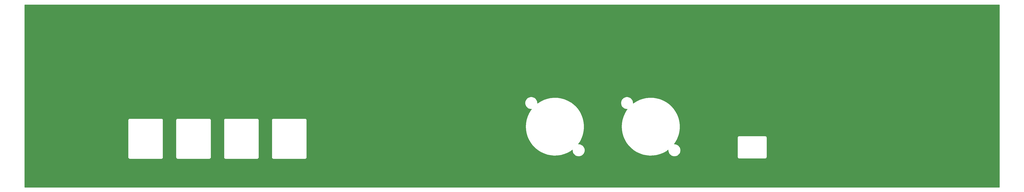
<source format=gbr>
%TF.GenerationSoftware,KiCad,Pcbnew,(5.1.10)-1*%
%TF.CreationDate,2022-05-26T11:50:09-06:00*%
%TF.ProjectId,Back_Panel,4261636b-5f50-4616-9e65-6c2e6b696361,rev?*%
%TF.SameCoordinates,Original*%
%TF.FileFunction,Copper,L2,Bot*%
%TF.FilePolarity,Positive*%
%FSLAX46Y46*%
G04 Gerber Fmt 4.6, Leading zero omitted, Abs format (unit mm)*
G04 Created by KiCad (PCBNEW (5.1.10)-1) date 2022-05-26 11:50:09*
%MOMM*%
%LPD*%
G01*
G04 APERTURE LIST*
%TA.AperFunction,NonConductor*%
%ADD10C,0.254000*%
%TD*%
%TA.AperFunction,NonConductor*%
%ADD11C,0.100000*%
%TD*%
G04 APERTURE END LIST*
D10*
X407765000Y735000D02*
X735000Y735000D01*
X735000Y28800000D01*
X43861444Y28800000D01*
X43865001Y28763885D01*
X43865000Y13286105D01*
X43861444Y13250000D01*
X43875635Y13105915D01*
X43917663Y12967367D01*
X43985913Y12839680D01*
X44077762Y12727762D01*
X44189680Y12635913D01*
X44317367Y12567663D01*
X44455915Y12525635D01*
X44600000Y12511444D01*
X44636105Y12515000D01*
X57763895Y12515000D01*
X57800000Y12511444D01*
X57836105Y12515000D01*
X57944085Y12525635D01*
X58082633Y12567663D01*
X58210320Y12635913D01*
X58322238Y12727762D01*
X58414087Y12839680D01*
X58482337Y12967367D01*
X58524365Y13105915D01*
X58538556Y13250000D01*
X58535000Y13286105D01*
X58535000Y28763895D01*
X58538556Y28800000D01*
X63861443Y28800000D01*
X63865000Y28763885D01*
X63864999Y13286105D01*
X63861443Y13250000D01*
X63875634Y13105915D01*
X63917662Y12967367D01*
X63985912Y12839680D01*
X64077761Y12727762D01*
X64189679Y12635913D01*
X64317366Y12567663D01*
X64455914Y12525635D01*
X64599999Y12511444D01*
X64636104Y12515000D01*
X77763895Y12515000D01*
X77800000Y12511444D01*
X77836105Y12515000D01*
X77944085Y12525635D01*
X78082633Y12567663D01*
X78210320Y12635913D01*
X78322238Y12727762D01*
X78414087Y12839680D01*
X78482337Y12967367D01*
X78524365Y13105915D01*
X78538556Y13250000D01*
X78535000Y13286105D01*
X78535000Y28763895D01*
X78538556Y28800000D01*
X83861444Y28800000D01*
X83865001Y28763885D01*
X83865000Y13286105D01*
X83861444Y13250000D01*
X83875635Y13105915D01*
X83917663Y12967367D01*
X83985913Y12839680D01*
X84077762Y12727762D01*
X84189680Y12635913D01*
X84317367Y12567663D01*
X84455915Y12525635D01*
X84600000Y12511444D01*
X84636105Y12515000D01*
X97763895Y12515000D01*
X97800000Y12511444D01*
X97836105Y12515000D01*
X97944085Y12525635D01*
X98082633Y12567663D01*
X98210320Y12635913D01*
X98322238Y12727762D01*
X98414087Y12839680D01*
X98482337Y12967367D01*
X98524365Y13105915D01*
X98538556Y13250000D01*
X98535000Y13286105D01*
X98535000Y28763895D01*
X98538556Y28800000D01*
X103861444Y28800000D01*
X103865001Y28763885D01*
X103865000Y13286105D01*
X103861444Y13250000D01*
X103875635Y13105915D01*
X103917663Y12967367D01*
X103985913Y12839680D01*
X104077762Y12727762D01*
X104189680Y12635913D01*
X104317367Y12567663D01*
X104455915Y12525635D01*
X104600000Y12511444D01*
X104636105Y12515000D01*
X117763895Y12515000D01*
X117800000Y12511444D01*
X117836105Y12515000D01*
X117944085Y12525635D01*
X118082633Y12567663D01*
X118210320Y12635913D01*
X118322238Y12727762D01*
X118414087Y12839680D01*
X118482337Y12967367D01*
X118524365Y13105915D01*
X118538556Y13250000D01*
X118535000Y13286105D01*
X118535000Y28763895D01*
X118538556Y28800000D01*
X118524365Y28944085D01*
X118482337Y29082633D01*
X118414087Y29210320D01*
X118322238Y29322238D01*
X118210320Y29414087D01*
X118082633Y29482337D01*
X117944085Y29524365D01*
X117836105Y29535000D01*
X117800000Y29538556D01*
X117763895Y29535000D01*
X104636105Y29535000D01*
X104600000Y29538556D01*
X104563895Y29535000D01*
X104455915Y29524365D01*
X104317367Y29482337D01*
X104189680Y29414087D01*
X104077762Y29322238D01*
X103985913Y29210320D01*
X103917663Y29082633D01*
X103875635Y28944085D01*
X103861444Y28800000D01*
X98538556Y28800000D01*
X98524365Y28944085D01*
X98482337Y29082633D01*
X98414087Y29210320D01*
X98322238Y29322238D01*
X98210320Y29414087D01*
X98082633Y29482337D01*
X97944085Y29524365D01*
X97836105Y29535000D01*
X97800000Y29538556D01*
X97763895Y29535000D01*
X84636105Y29535000D01*
X84600000Y29538556D01*
X84563895Y29535000D01*
X84455915Y29524365D01*
X84317367Y29482337D01*
X84189680Y29414087D01*
X84077762Y29322238D01*
X83985913Y29210320D01*
X83917663Y29082633D01*
X83875635Y28944085D01*
X83861444Y28800000D01*
X78538556Y28800000D01*
X78524365Y28944085D01*
X78482337Y29082633D01*
X78414087Y29210320D01*
X78322238Y29322238D01*
X78210320Y29414087D01*
X78082633Y29482337D01*
X77944085Y29524365D01*
X77836105Y29535000D01*
X77800000Y29538556D01*
X77763895Y29535000D01*
X64636104Y29535000D01*
X64599999Y29538556D01*
X64563894Y29535000D01*
X64455914Y29524365D01*
X64317366Y29482337D01*
X64189679Y29414087D01*
X64077761Y29322238D01*
X63985912Y29210320D01*
X63917662Y29082633D01*
X63875634Y28944085D01*
X63861443Y28800000D01*
X58538556Y28800000D01*
X58524365Y28944085D01*
X58482337Y29082633D01*
X58414087Y29210320D01*
X58322238Y29322238D01*
X58210320Y29414087D01*
X58082633Y29482337D01*
X57944085Y29524365D01*
X57836105Y29535000D01*
X57800000Y29538556D01*
X57763895Y29535000D01*
X44636105Y29535000D01*
X44600000Y29538556D01*
X44563895Y29535000D01*
X44455915Y29524365D01*
X44317367Y29482337D01*
X44189680Y29414087D01*
X44077762Y29322238D01*
X43985913Y29210320D01*
X43917663Y29082633D01*
X43875635Y28944085D01*
X43861444Y28800000D01*
X735000Y28800000D01*
X735000Y36257785D01*
X209632665Y36257785D01*
X209632665Y35742215D01*
X209733248Y35236552D01*
X209930548Y34760227D01*
X210216983Y34331546D01*
X210581546Y33966983D01*
X211010227Y33680548D01*
X211486552Y33483248D01*
X211992215Y33382665D01*
X212318824Y33382665D01*
X211985634Y32946216D01*
X211247253Y31695991D01*
X210661923Y30367211D01*
X210237860Y28978528D01*
X209981018Y27549438D01*
X209895001Y26100000D01*
X209981018Y24650562D01*
X210237860Y23221472D01*
X210661923Y21832789D01*
X211247253Y20504009D01*
X211985634Y19253784D01*
X212866700Y18099666D01*
X213878084Y17057854D01*
X215005587Y16142974D01*
X216233382Y15367869D01*
X217544233Y14743420D01*
X218919740Y14278392D01*
X220340592Y13979313D01*
X221786844Y13850383D01*
X223238194Y13893410D01*
X224674268Y14107791D01*
X226074907Y14490516D01*
X227420449Y15036213D01*
X228692005Y15737222D01*
X229432665Y16268664D01*
X229432665Y15942215D01*
X229533248Y15436552D01*
X229730548Y14960227D01*
X230016983Y14531546D01*
X230381546Y14166983D01*
X230810227Y13880548D01*
X231286552Y13683248D01*
X231792215Y13582665D01*
X232307785Y13582665D01*
X232813448Y13683248D01*
X233289773Y13880548D01*
X233718454Y14166983D01*
X234083017Y14531546D01*
X234369452Y14960227D01*
X234566752Y15436552D01*
X234667335Y15942215D01*
X234667335Y16457785D01*
X234566752Y16963448D01*
X234369452Y17439773D01*
X234083017Y17868454D01*
X233718454Y18233017D01*
X233289773Y18519452D01*
X232813448Y18716752D01*
X232307785Y18817335D01*
X231994445Y18817335D01*
X232702089Y19867952D01*
X233365109Y21159723D01*
X233870693Y22520845D01*
X234211745Y23932210D01*
X234383476Y25374006D01*
X234383476Y26825994D01*
X234211745Y28267790D01*
X233870693Y29679155D01*
X233365109Y31040277D01*
X232702089Y32332048D01*
X231890940Y33536335D01*
X230943051Y34636232D01*
X229871726Y35616299D01*
X228977700Y36257785D01*
X249632664Y36257785D01*
X249632664Y35742215D01*
X249733247Y35236551D01*
X249930547Y34760227D01*
X250216983Y34331546D01*
X250581546Y33966983D01*
X251010227Y33680547D01*
X251486551Y33483247D01*
X251992215Y33382664D01*
X252318821Y33382664D01*
X251985632Y32946216D01*
X251247251Y31695991D01*
X250661921Y30367211D01*
X250237858Y28978528D01*
X249981016Y27549438D01*
X249894999Y26100000D01*
X249981016Y24650562D01*
X250237858Y23221472D01*
X250661921Y21832789D01*
X251247251Y20504009D01*
X251985632Y19253784D01*
X252866699Y18099665D01*
X253878082Y17057853D01*
X255005585Y16142973D01*
X256233381Y15367868D01*
X257544232Y14743419D01*
X258919738Y14278391D01*
X260340590Y13979313D01*
X261786843Y13850382D01*
X263238193Y13893409D01*
X264674267Y14107790D01*
X266074906Y14490516D01*
X267420448Y15036213D01*
X268692004Y15737221D01*
X269432664Y16268662D01*
X269432664Y15942215D01*
X269533247Y15436551D01*
X269730547Y14960227D01*
X270016983Y14531546D01*
X270381546Y14166983D01*
X270810227Y13880547D01*
X271286551Y13683247D01*
X271792215Y13582664D01*
X272307785Y13582664D01*
X272813449Y13683247D01*
X273289773Y13880547D01*
X273718454Y14166983D01*
X274083017Y14531546D01*
X274369453Y14960227D01*
X274566753Y15436551D01*
X274667336Y15942215D01*
X274667336Y16457785D01*
X274566753Y16963449D01*
X274369453Y17439773D01*
X274083017Y17868454D01*
X273718454Y18233017D01*
X273289773Y18519453D01*
X272813449Y18716753D01*
X272307785Y18817336D01*
X271994446Y18817336D01*
X272702088Y19867951D01*
X273365109Y21159722D01*
X273491504Y21500000D01*
X298361444Y21500000D01*
X298365001Y21463885D01*
X298365000Y13436105D01*
X298361444Y13400000D01*
X298375635Y13255915D01*
X298417663Y13117367D01*
X298485913Y12989680D01*
X298577762Y12877762D01*
X298689680Y12785913D01*
X298817367Y12717663D01*
X298955915Y12675635D01*
X299100000Y12661444D01*
X299136105Y12665000D01*
X309913895Y12665000D01*
X309950000Y12661444D01*
X309986105Y12665000D01*
X310094085Y12675635D01*
X310232633Y12717663D01*
X310360320Y12785913D01*
X310472238Y12877762D01*
X310564087Y12989680D01*
X310632337Y13117367D01*
X310674365Y13255915D01*
X310688556Y13400000D01*
X310685000Y13436105D01*
X310685000Y21463895D01*
X310688556Y21500000D01*
X310674365Y21644085D01*
X310632337Y21782633D01*
X310564087Y21910320D01*
X310472238Y22022238D01*
X310360320Y22114087D01*
X310232633Y22182337D01*
X310094085Y22224365D01*
X309986105Y22235000D01*
X309950000Y22238556D01*
X309913895Y22235000D01*
X299136105Y22235000D01*
X299100000Y22238556D01*
X299063895Y22235000D01*
X298955915Y22224365D01*
X298817367Y22182337D01*
X298689680Y22114087D01*
X298577762Y22022238D01*
X298485913Y21910320D01*
X298417663Y21782633D01*
X298375635Y21644085D01*
X298361444Y21500000D01*
X273491504Y21500000D01*
X273870693Y22520844D01*
X274211745Y23932210D01*
X274383476Y25374006D01*
X274383476Y26825994D01*
X274211745Y28267790D01*
X273870693Y29679156D01*
X273365109Y31040278D01*
X272702088Y32332049D01*
X271890940Y33536336D01*
X270943050Y34636233D01*
X269871726Y35616300D01*
X268692004Y36462779D01*
X267420448Y37163787D01*
X266074906Y37709484D01*
X264674267Y38092210D01*
X263238193Y38306591D01*
X261786843Y38349618D01*
X260340590Y38220687D01*
X258919738Y37921609D01*
X257544232Y37456581D01*
X256233381Y36832132D01*
X255005585Y36057027D01*
X254867336Y35944849D01*
X254867336Y36257785D01*
X254766753Y36763449D01*
X254569453Y37239773D01*
X254283017Y37668454D01*
X253918454Y38033017D01*
X253489773Y38319453D01*
X253013449Y38516753D01*
X252507785Y38617336D01*
X251992215Y38617336D01*
X251486551Y38516753D01*
X251010227Y38319453D01*
X250581546Y38033017D01*
X250216983Y37668454D01*
X249930547Y37239773D01*
X249733247Y36763449D01*
X249632664Y36257785D01*
X228977700Y36257785D01*
X228692005Y36462778D01*
X227420449Y37163787D01*
X226074907Y37709484D01*
X224674268Y38092209D01*
X223238194Y38306590D01*
X221786844Y38349617D01*
X220340592Y38220687D01*
X218919740Y37921608D01*
X217544233Y37456580D01*
X216233382Y36832131D01*
X215005587Y36057026D01*
X214867335Y35944845D01*
X214867335Y36257785D01*
X214766752Y36763448D01*
X214569452Y37239773D01*
X214283017Y37668454D01*
X213918454Y38033017D01*
X213489773Y38319452D01*
X213013448Y38516752D01*
X212507785Y38617335D01*
X211992215Y38617335D01*
X211486552Y38516752D01*
X211010227Y38319452D01*
X210581546Y38033017D01*
X210216983Y37668454D01*
X209930548Y37239773D01*
X209733248Y36763448D01*
X209632665Y36257785D01*
X735000Y36257785D01*
X735000Y77065000D01*
X407765001Y77065000D01*
X407765000Y735000D01*
%TA.AperFunction,NonConductor*%
D11*
G36*
X407765000Y735000D02*
G01*
X735000Y735000D01*
X735000Y28800000D01*
X43861444Y28800000D01*
X43865001Y28763885D01*
X43865000Y13286105D01*
X43861444Y13250000D01*
X43875635Y13105915D01*
X43917663Y12967367D01*
X43985913Y12839680D01*
X44077762Y12727762D01*
X44189680Y12635913D01*
X44317367Y12567663D01*
X44455915Y12525635D01*
X44600000Y12511444D01*
X44636105Y12515000D01*
X57763895Y12515000D01*
X57800000Y12511444D01*
X57836105Y12515000D01*
X57944085Y12525635D01*
X58082633Y12567663D01*
X58210320Y12635913D01*
X58322238Y12727762D01*
X58414087Y12839680D01*
X58482337Y12967367D01*
X58524365Y13105915D01*
X58538556Y13250000D01*
X58535000Y13286105D01*
X58535000Y28763895D01*
X58538556Y28800000D01*
X63861443Y28800000D01*
X63865000Y28763885D01*
X63864999Y13286105D01*
X63861443Y13250000D01*
X63875634Y13105915D01*
X63917662Y12967367D01*
X63985912Y12839680D01*
X64077761Y12727762D01*
X64189679Y12635913D01*
X64317366Y12567663D01*
X64455914Y12525635D01*
X64599999Y12511444D01*
X64636104Y12515000D01*
X77763895Y12515000D01*
X77800000Y12511444D01*
X77836105Y12515000D01*
X77944085Y12525635D01*
X78082633Y12567663D01*
X78210320Y12635913D01*
X78322238Y12727762D01*
X78414087Y12839680D01*
X78482337Y12967367D01*
X78524365Y13105915D01*
X78538556Y13250000D01*
X78535000Y13286105D01*
X78535000Y28763895D01*
X78538556Y28800000D01*
X83861444Y28800000D01*
X83865001Y28763885D01*
X83865000Y13286105D01*
X83861444Y13250000D01*
X83875635Y13105915D01*
X83917663Y12967367D01*
X83985913Y12839680D01*
X84077762Y12727762D01*
X84189680Y12635913D01*
X84317367Y12567663D01*
X84455915Y12525635D01*
X84600000Y12511444D01*
X84636105Y12515000D01*
X97763895Y12515000D01*
X97800000Y12511444D01*
X97836105Y12515000D01*
X97944085Y12525635D01*
X98082633Y12567663D01*
X98210320Y12635913D01*
X98322238Y12727762D01*
X98414087Y12839680D01*
X98482337Y12967367D01*
X98524365Y13105915D01*
X98538556Y13250000D01*
X98535000Y13286105D01*
X98535000Y28763895D01*
X98538556Y28800000D01*
X103861444Y28800000D01*
X103865001Y28763885D01*
X103865000Y13286105D01*
X103861444Y13250000D01*
X103875635Y13105915D01*
X103917663Y12967367D01*
X103985913Y12839680D01*
X104077762Y12727762D01*
X104189680Y12635913D01*
X104317367Y12567663D01*
X104455915Y12525635D01*
X104600000Y12511444D01*
X104636105Y12515000D01*
X117763895Y12515000D01*
X117800000Y12511444D01*
X117836105Y12515000D01*
X117944085Y12525635D01*
X118082633Y12567663D01*
X118210320Y12635913D01*
X118322238Y12727762D01*
X118414087Y12839680D01*
X118482337Y12967367D01*
X118524365Y13105915D01*
X118538556Y13250000D01*
X118535000Y13286105D01*
X118535000Y28763895D01*
X118538556Y28800000D01*
X118524365Y28944085D01*
X118482337Y29082633D01*
X118414087Y29210320D01*
X118322238Y29322238D01*
X118210320Y29414087D01*
X118082633Y29482337D01*
X117944085Y29524365D01*
X117836105Y29535000D01*
X117800000Y29538556D01*
X117763895Y29535000D01*
X104636105Y29535000D01*
X104600000Y29538556D01*
X104563895Y29535000D01*
X104455915Y29524365D01*
X104317367Y29482337D01*
X104189680Y29414087D01*
X104077762Y29322238D01*
X103985913Y29210320D01*
X103917663Y29082633D01*
X103875635Y28944085D01*
X103861444Y28800000D01*
X98538556Y28800000D01*
X98524365Y28944085D01*
X98482337Y29082633D01*
X98414087Y29210320D01*
X98322238Y29322238D01*
X98210320Y29414087D01*
X98082633Y29482337D01*
X97944085Y29524365D01*
X97836105Y29535000D01*
X97800000Y29538556D01*
X97763895Y29535000D01*
X84636105Y29535000D01*
X84600000Y29538556D01*
X84563895Y29535000D01*
X84455915Y29524365D01*
X84317367Y29482337D01*
X84189680Y29414087D01*
X84077762Y29322238D01*
X83985913Y29210320D01*
X83917663Y29082633D01*
X83875635Y28944085D01*
X83861444Y28800000D01*
X78538556Y28800000D01*
X78524365Y28944085D01*
X78482337Y29082633D01*
X78414087Y29210320D01*
X78322238Y29322238D01*
X78210320Y29414087D01*
X78082633Y29482337D01*
X77944085Y29524365D01*
X77836105Y29535000D01*
X77800000Y29538556D01*
X77763895Y29535000D01*
X64636104Y29535000D01*
X64599999Y29538556D01*
X64563894Y29535000D01*
X64455914Y29524365D01*
X64317366Y29482337D01*
X64189679Y29414087D01*
X64077761Y29322238D01*
X63985912Y29210320D01*
X63917662Y29082633D01*
X63875634Y28944085D01*
X63861443Y28800000D01*
X58538556Y28800000D01*
X58524365Y28944085D01*
X58482337Y29082633D01*
X58414087Y29210320D01*
X58322238Y29322238D01*
X58210320Y29414087D01*
X58082633Y29482337D01*
X57944085Y29524365D01*
X57836105Y29535000D01*
X57800000Y29538556D01*
X57763895Y29535000D01*
X44636105Y29535000D01*
X44600000Y29538556D01*
X44563895Y29535000D01*
X44455915Y29524365D01*
X44317367Y29482337D01*
X44189680Y29414087D01*
X44077762Y29322238D01*
X43985913Y29210320D01*
X43917663Y29082633D01*
X43875635Y28944085D01*
X43861444Y28800000D01*
X735000Y28800000D01*
X735000Y36257785D01*
X209632665Y36257785D01*
X209632665Y35742215D01*
X209733248Y35236552D01*
X209930548Y34760227D01*
X210216983Y34331546D01*
X210581546Y33966983D01*
X211010227Y33680548D01*
X211486552Y33483248D01*
X211992215Y33382665D01*
X212318824Y33382665D01*
X211985634Y32946216D01*
X211247253Y31695991D01*
X210661923Y30367211D01*
X210237860Y28978528D01*
X209981018Y27549438D01*
X209895001Y26100000D01*
X209981018Y24650562D01*
X210237860Y23221472D01*
X210661923Y21832789D01*
X211247253Y20504009D01*
X211985634Y19253784D01*
X212866700Y18099666D01*
X213878084Y17057854D01*
X215005587Y16142974D01*
X216233382Y15367869D01*
X217544233Y14743420D01*
X218919740Y14278392D01*
X220340592Y13979313D01*
X221786844Y13850383D01*
X223238194Y13893410D01*
X224674268Y14107791D01*
X226074907Y14490516D01*
X227420449Y15036213D01*
X228692005Y15737222D01*
X229432665Y16268664D01*
X229432665Y15942215D01*
X229533248Y15436552D01*
X229730548Y14960227D01*
X230016983Y14531546D01*
X230381546Y14166983D01*
X230810227Y13880548D01*
X231286552Y13683248D01*
X231792215Y13582665D01*
X232307785Y13582665D01*
X232813448Y13683248D01*
X233289773Y13880548D01*
X233718454Y14166983D01*
X234083017Y14531546D01*
X234369452Y14960227D01*
X234566752Y15436552D01*
X234667335Y15942215D01*
X234667335Y16457785D01*
X234566752Y16963448D01*
X234369452Y17439773D01*
X234083017Y17868454D01*
X233718454Y18233017D01*
X233289773Y18519452D01*
X232813448Y18716752D01*
X232307785Y18817335D01*
X231994445Y18817335D01*
X232702089Y19867952D01*
X233365109Y21159723D01*
X233870693Y22520845D01*
X234211745Y23932210D01*
X234383476Y25374006D01*
X234383476Y26825994D01*
X234211745Y28267790D01*
X233870693Y29679155D01*
X233365109Y31040277D01*
X232702089Y32332048D01*
X231890940Y33536335D01*
X230943051Y34636232D01*
X229871726Y35616299D01*
X228977700Y36257785D01*
X249632664Y36257785D01*
X249632664Y35742215D01*
X249733247Y35236551D01*
X249930547Y34760227D01*
X250216983Y34331546D01*
X250581546Y33966983D01*
X251010227Y33680547D01*
X251486551Y33483247D01*
X251992215Y33382664D01*
X252318821Y33382664D01*
X251985632Y32946216D01*
X251247251Y31695991D01*
X250661921Y30367211D01*
X250237858Y28978528D01*
X249981016Y27549438D01*
X249894999Y26100000D01*
X249981016Y24650562D01*
X250237858Y23221472D01*
X250661921Y21832789D01*
X251247251Y20504009D01*
X251985632Y19253784D01*
X252866699Y18099665D01*
X253878082Y17057853D01*
X255005585Y16142973D01*
X256233381Y15367868D01*
X257544232Y14743419D01*
X258919738Y14278391D01*
X260340590Y13979313D01*
X261786843Y13850382D01*
X263238193Y13893409D01*
X264674267Y14107790D01*
X266074906Y14490516D01*
X267420448Y15036213D01*
X268692004Y15737221D01*
X269432664Y16268662D01*
X269432664Y15942215D01*
X269533247Y15436551D01*
X269730547Y14960227D01*
X270016983Y14531546D01*
X270381546Y14166983D01*
X270810227Y13880547D01*
X271286551Y13683247D01*
X271792215Y13582664D01*
X272307785Y13582664D01*
X272813449Y13683247D01*
X273289773Y13880547D01*
X273718454Y14166983D01*
X274083017Y14531546D01*
X274369453Y14960227D01*
X274566753Y15436551D01*
X274667336Y15942215D01*
X274667336Y16457785D01*
X274566753Y16963449D01*
X274369453Y17439773D01*
X274083017Y17868454D01*
X273718454Y18233017D01*
X273289773Y18519453D01*
X272813449Y18716753D01*
X272307785Y18817336D01*
X271994446Y18817336D01*
X272702088Y19867951D01*
X273365109Y21159722D01*
X273491504Y21500000D01*
X298361444Y21500000D01*
X298365001Y21463885D01*
X298365000Y13436105D01*
X298361444Y13400000D01*
X298375635Y13255915D01*
X298417663Y13117367D01*
X298485913Y12989680D01*
X298577762Y12877762D01*
X298689680Y12785913D01*
X298817367Y12717663D01*
X298955915Y12675635D01*
X299100000Y12661444D01*
X299136105Y12665000D01*
X309913895Y12665000D01*
X309950000Y12661444D01*
X309986105Y12665000D01*
X310094085Y12675635D01*
X310232633Y12717663D01*
X310360320Y12785913D01*
X310472238Y12877762D01*
X310564087Y12989680D01*
X310632337Y13117367D01*
X310674365Y13255915D01*
X310688556Y13400000D01*
X310685000Y13436105D01*
X310685000Y21463895D01*
X310688556Y21500000D01*
X310674365Y21644085D01*
X310632337Y21782633D01*
X310564087Y21910320D01*
X310472238Y22022238D01*
X310360320Y22114087D01*
X310232633Y22182337D01*
X310094085Y22224365D01*
X309986105Y22235000D01*
X309950000Y22238556D01*
X309913895Y22235000D01*
X299136105Y22235000D01*
X299100000Y22238556D01*
X299063895Y22235000D01*
X298955915Y22224365D01*
X298817367Y22182337D01*
X298689680Y22114087D01*
X298577762Y22022238D01*
X298485913Y21910320D01*
X298417663Y21782633D01*
X298375635Y21644085D01*
X298361444Y21500000D01*
X273491504Y21500000D01*
X273870693Y22520844D01*
X274211745Y23932210D01*
X274383476Y25374006D01*
X274383476Y26825994D01*
X274211745Y28267790D01*
X273870693Y29679156D01*
X273365109Y31040278D01*
X272702088Y32332049D01*
X271890940Y33536336D01*
X270943050Y34636233D01*
X269871726Y35616300D01*
X268692004Y36462779D01*
X267420448Y37163787D01*
X266074906Y37709484D01*
X264674267Y38092210D01*
X263238193Y38306591D01*
X261786843Y38349618D01*
X260340590Y38220687D01*
X258919738Y37921609D01*
X257544232Y37456581D01*
X256233381Y36832132D01*
X255005585Y36057027D01*
X254867336Y35944849D01*
X254867336Y36257785D01*
X254766753Y36763449D01*
X254569453Y37239773D01*
X254283017Y37668454D01*
X253918454Y38033017D01*
X253489773Y38319453D01*
X253013449Y38516753D01*
X252507785Y38617336D01*
X251992215Y38617336D01*
X251486551Y38516753D01*
X251010227Y38319453D01*
X250581546Y38033017D01*
X250216983Y37668454D01*
X249930547Y37239773D01*
X249733247Y36763449D01*
X249632664Y36257785D01*
X228977700Y36257785D01*
X228692005Y36462778D01*
X227420449Y37163787D01*
X226074907Y37709484D01*
X224674268Y38092209D01*
X223238194Y38306590D01*
X221786844Y38349617D01*
X220340592Y38220687D01*
X218919740Y37921608D01*
X217544233Y37456580D01*
X216233382Y36832131D01*
X215005587Y36057026D01*
X214867335Y35944845D01*
X214867335Y36257785D01*
X214766752Y36763448D01*
X214569452Y37239773D01*
X214283017Y37668454D01*
X213918454Y38033017D01*
X213489773Y38319452D01*
X213013448Y38516752D01*
X212507785Y38617335D01*
X211992215Y38617335D01*
X211486552Y38516752D01*
X211010227Y38319452D01*
X210581546Y38033017D01*
X210216983Y37668454D01*
X209930548Y37239773D01*
X209733248Y36763448D01*
X209632665Y36257785D01*
X735000Y36257785D01*
X735000Y77065000D01*
X407765001Y77065000D01*
X407765000Y735000D01*
G37*
%TD.AperFunction*%
M02*

</source>
